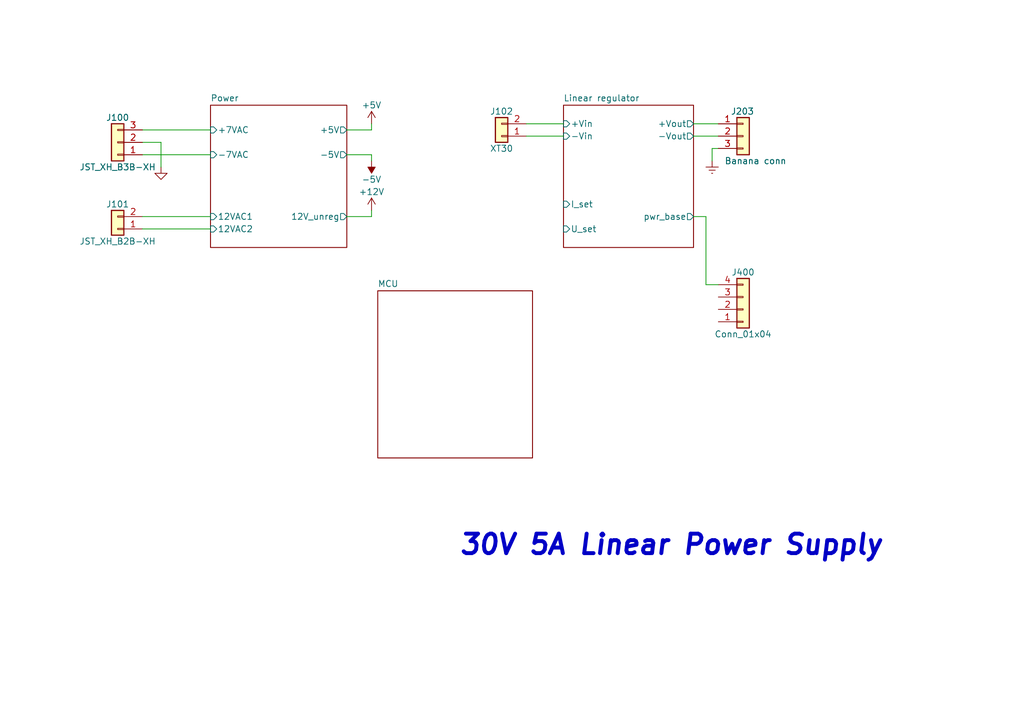
<source format=kicad_sch>
(kicad_sch (version 20230121) (generator eeschema)
  (paper "A5")
  (title_block (date "2024-02-24") (rev "V1.0") (company "Dominik Workshop"))
  (lib_symbols
    (symbol "Connector_Generic:Conn_01x02" (pin_names (offset 1.016) hide)
      (property "Reference" "J" (at 0 2.54 0))
      (property "Value" "Conn_01x02" (at 0 -5.08 0))
      (symbol "Conn_01x02_1_1"
        (rectangle (start -1.27 -2.413) (end 0 -2.667) (stroke (width 0.1524)))
        (rectangle (start -1.27 0.127) (end 0 -0.127) (stroke (width 0.1524)))
        (rectangle (start -1.27 1.27) (end 1.27 -3.81) (stroke (width 0.254)) (fill (type background)))
        (pin passive line (at -5.08 0 0) (length 3.81) (name "Pin_1") (number "1"))
        (pin passive line (at -5.08 -2.54 0) (length 3.81) (name "Pin_2") (number "2"))
      )
    )
    (symbol "Connector_Generic:Conn_01x03" (pin_names (offset 1.016) hide)
      (property "Reference" "J" (at 0 5.08 0))
      (property "Value" "Conn_01x03" (at 0 -5.08 0))
      (symbol "Conn_01x03_1_1"
        (rectangle (start -1.27 -2.413) (end 0 -2.667) (stroke (width 0.1524)))
        (rectangle (start -1.27 0.127) (end 0 -0.127) (stroke (width 0.1524)))
        (rectangle (start -1.27 2.667) (end 0 2.413) (stroke (width 0.1524)))
        (rectangle (start -1.27 3.81) (end 1.27 -3.81) (stroke (width 0.254)) (fill (type background)))
        (pin passive line (at -5.08 2.54 0) (length 3.81) (name "Pin_1") (number "1"))
        (pin passive line (at -5.08 0 0) (length 3.81) (name "Pin_2") (number "2"))
        (pin passive line (at -5.08 -2.54 0) (length 3.81) (name "Pin_3") (number "3"))
      )
    )
    (symbol "Connector_Generic:Conn_01x04" (pin_names (offset 1.016) hide)
      (property "Reference" "J" (at 0 5.08 0))
      (property "Value" "Conn_01x04" (at 0 -7.62 0))
      (symbol "Conn_01x04_1_1"
        (rectangle (start -1.27 -4.953) (end 0 -5.207) (stroke (width 0.1524)))
        (rectangle (start -1.27 -2.413) (end 0 -2.667) (stroke (width 0.1524)))
        (rectangle (start -1.27 0.127) (end 0 -0.127) (stroke (width 0.1524)))
        (rectangle (start -1.27 2.667) (end 0 2.413) (stroke (width 0.1524)))
        (rectangle (start -1.27 3.81) (end 1.27 -6.35) (stroke (width 0.254)) (fill (type background)))
        (pin passive line (at -5.08 2.54 0) (length 3.81) (name "Pin_1") (number "1"))
        (pin passive line (at -5.08 0 0) (length 3.81) (name "Pin_2") (number "2"))
        (pin passive line (at -5.08 -2.54 0) (length 3.81) (name "Pin_3") (number "3"))
        (pin passive line (at -5.08 -5.08 0) (length 3.81) (name "Pin_4") (number "4"))
      )
    )
    (symbol "power:+12V" (power) (pin_names (offset 0))
      (property "Value" "+12V" (at 0 3.556 0))
      (symbol "+12V_0_1"
        (polyline (pts (xy -0.762 1.27) (xy 0 2.54)))
        (polyline (pts (xy 0 0) (xy 0 2.54)))
        (polyline (pts (xy 0 2.54) (xy 0.762 1.27)))
      )
      (symbol "+12V_1_1"
        (pin power_in line (at 0 0 90) (length 0) hide (name "+12V") (number "1"))
      )
    )
    (symbol "power:+5V" (power) (pin_names (offset 0))
      (property "Value" "+5V" (at 0 3.556 0))
      (symbol "+5V_0_1"
        (polyline (pts (xy -0.762 1.27) (xy 0 2.54)))
        (polyline (pts (xy 0 0) (xy 0 2.54)))
        (polyline (pts (xy 0 2.54) (xy 0.762 1.27)))
      )
      (symbol "+5V_1_1"
        (pin power_in line (at 0 0 90) (length 0) hide (name "+5V") (number "1"))
      )
    )
    (symbol "power:-5V" (power) (pin_names (offset 0))
      (property "Value" "-5V" (at 0 3.81 0))
      (symbol "-5V_0_0"
        (pin power_in line (at 0 0 90) (length 0) hide (name "-5V") (number "1"))
      )
      (symbol "-5V_0_1"
        (polyline (pts (xy 0 0) (xy 0 1.27) (xy 0.762 1.27) (xy 0 2.54) (xy -0.762 1.27) (xy 0 1.27)) (fill (type outline)))
      )
    )
    (symbol "power:GND" (power) (pin_names (offset 0))
      (property "Value" "GND" (at 0 -3.81 0))
      (symbol "GND_0_1"
        (polyline (pts (xy 0 0) (xy 0 -1.27) (xy 1.27 -1.27) (xy 0 -2.54) (xy -1.27 -1.27) (xy 0 -1.27)))
      )
      (symbol "GND_1_1"
        (pin power_in line (at 0 0 270) (length 0) hide (name "GND") (number "1"))
      )
    )
    (symbol "power:GNDREF" (power) (pin_names (offset 0))
      (property "Value" "GNDREF" (at 0 -3.81 0))
      (symbol "GNDREF_0_1"
        (polyline (pts (xy -0.635 -1.905) (xy 0.635 -1.905)))
        (polyline (pts (xy -0.127 -2.54) (xy 0.127 -2.54)))
        (polyline (pts (xy 0 -1.27) (xy 0 0)))
        (polyline (pts (xy 1.27 -1.27) (xy -1.27 -1.27)))
      )
      (symbol "GNDREF_1_1"
        (pin power_in line (at 0 0 270) (length 0) hide (name "GNDREF") (number "1"))
      )
    )
  )
  (wire (pts (xy 29.21 26.67) (xy 43.18 26.67)))
  (wire (pts (xy 147.32 30.48) (xy 146.05 30.48)))
  (wire (pts (xy 33.02 29.21) (xy 33.02 34.29)))
  (wire (pts (xy 29.21 31.75) (xy 43.18 31.75)))
  (wire (pts (xy 142.24 25.4) (xy 147.32 25.4)))
  (wire (pts (xy 29.21 46.99) (xy 43.18 46.99)))
  (wire (pts (xy 142.24 44.45) (xy 144.78 44.45)))
  (wire (pts (xy 76.2 44.45) (xy 71.12 44.45)))
  (wire (pts (xy 76.2 25.4) (xy 76.2 26.67)))
  (wire (pts (xy 142.24 27.94) (xy 147.32 27.94)))
  (wire (pts (xy 71.12 26.67) (xy 76.2 26.67)))
  (wire (pts (xy 146.05 30.48) (xy 146.05 33.02)))
  (wire (pts (xy 107.95 25.4) (xy 115.57 25.4)))
  (wire (pts (xy 76.2 43.18) (xy 76.2 44.45)))
  (wire (pts (xy 76.2 31.75) (xy 76.2 33.02)))
  (wire (pts (xy 29.21 44.45) (xy 43.18 44.45)))
  (wire (pts (xy 107.95 27.94) (xy 115.57 27.94)))
  (wire (pts (xy 144.78 58.42) (xy 147.32 58.42)))
  (wire (pts (xy 71.12 31.75) (xy 76.2 31.75)))
  (wire (pts (xy 144.78 44.45) (xy 144.78 58.42)))
  (wire (pts (xy 29.21 29.21) (xy 33.02 29.21)))
  (text "30V 5A Linear Power Supply" (at 93.98 114.3 0) (effects (font (size 4 4) (thickness 0.8) bold italic) (justify left bottom)))
  (symbol (lib_id "power:-5V") (at 76.2 33.02 180) (unit 1)
    (property "Reference" "#PWR0102" (effects hide))
    (property "Value" "-5V" (at 76.2 36.83 0))
  )
  (symbol (lib_id "power:GND") (at 33.02 34.29 0) (unit 1)
    (property "Reference" "#PWR0100" (effects hide))
    (property "Value" "GND" (effects hide))
  )
  (symbol (lib_id "Connector_Generic:Conn_01x03") (at 152.4 27.94 0) (unit 1)
    (property "Reference" "J203" (at 149.86 22.86 0) (effects (justify left)))
    (property "Value" "Banana conn" (at 148.59 33.02 0) (effects (justify left)))
    (property "Footprint" "Connector:Banana_Jack_3Pin" (effects hide))
  )
  (symbol (lib_id "power:+12V") (at 76.2 43.18 0) (unit 1)
    (property "Reference" "#PWR0103" (effects hide))
    (property "Value" "+12V" (at 76.2 39.37 0))
  )
  (symbol (lib_id "Connector_Generic:Conn_01x02") (at 102.87 27.94 180) (unit 1)
    (property "Reference" "J102" (at 102.87 22.86 0))
    (property "Value" "XT30" (at 102.87 30.48 0))
    (property "Footprint" "Connector_AMASS:AMASS_XT30U-M_1x02_P5.0mm_Vertical" (effects hide))
  )
  (symbol (lib_id "power:GNDREF") (at 146.05 33.02 0) (unit 1)
    (property "Reference" "#PWR0410" (effects hide))
    (property "Value" "GNDREF" (effects hide))
  )
  (symbol (lib_id "Connector_Generic:Conn_01x02") (at 24.13 46.99 180) (unit 1)
    (property "Reference" "J101" (at 24.13 41.91 0))
    (property "Value" "JST_XH_B2B-XH" (at 24.13 49.53 0))
    (property "Footprint" "Connector_JST:JST_XH_B2B-XH-A_1x02_P2.50mm_Vertical" (effects hide))
  )
  (symbol (lib_id "power:+5V") (at 76.2 25.4 0) (unit 1)
    (property "Reference" "#PWR0101" (effects hide))
    (property "Value" "+5V" (at 76.2 21.59 0))
  )
  (symbol (lib_id "Connector_Generic:Conn_01x04") (at 152.4 63.5 0) (mirror x) (unit 1)
    (property "Reference" "J400" (at 152.4 55.88 0))
    (property "Value" "Conn_01x04" (at 152.4 68.58 0))
    (property "Footprint" "Connector_JST:JST_XH_B4B-XH-A_1x04_P2.50mm_Vertical" (effects hide))
  )
  (symbol (lib_id "Connector_Generic:Conn_01x03") (at 24.13 29.21 180) (unit 1)
    (property "Reference" "J100" (at 24.13 24.13 0))
    (property "Value" "JST_XH_B3B-XH" (at 24.13 34.29 0))
    (property "Footprint" "Connector_JST:JST_XH_B3B-XH-A_1x03_P2.50mm_Vertical" (effects hide))
  )
  (sheet (at 115.57 21.59) (size 26.67 29.21) (stroke (width 0.1524))
    (property "Sheetname" "Linear regulator" (at 115.57 20.8784 0) (effects (justify left bottom)))
    (property "Sheetfile" "linear_regulator.kicad_sch" (effects hide))
    (pin "-Vin" input (at 115.57 27.94 180))
    (pin "I_set" input (at 115.57 41.91 180))
    (pin "+Vout" output (at 142.24 25.4 0))
    (pin "-Vout" output (at 142.24 27.94 0))
    (pin "U_set" input (at 115.57 46.99 180))
    (pin "+Vin" input (at 115.57 25.4 180))
    (pin "pwr_base" output (at 142.24 44.45 0))
  )
  (sheet (at 77.47 59.69) (size 31.75 34.29) (stroke (width 0.1524))
    (property "Sheetname" "MCU" (at 77.47 58.9784 0) (effects (justify left bottom)))
    (property "Sheetfile" "mcu.kicad_sch" (effects hide))
  )
  (sheet (at 43.18 21.59) (size 27.94 29.21) (stroke (width 0.1524))
    (property "Sheetname" "Power" (at 43.18 20.8784 0) (effects (justify left bottom)))
    (property "Sheetfile" "power.kicad_sch" (effects hide))
    (pin "12VAC2" input (at 43.18 46.99 180))
    (pin "12VAC1" input (at 43.18 44.45 180))
    (pin "12V_unreg" output (at 71.12 44.45 0))
    (pin "-5V" output (at 71.12 31.75 0))
    (pin "+5V" output (at 71.12 26.67 0))
    (pin "+7VAC" input (at 43.18 26.67 180))
    (pin "-7VAC" input (at 43.18 31.75 180))
  )
)
</source>
